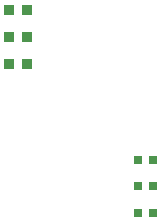
<source format=gbr>
%TF.GenerationSoftware,Altium Limited,Altium Designer,20.2.5 (213)*%
G04 Layer_Color=8421504*
%FSLAX25Y25*%
%MOIN*%
%TF.SameCoordinates,03ADE540-DEBB-48E1-BD2F-024036EB756D*%
%TF.FilePolarity,Positive*%
%TF.FileFunction,Paste,Top*%
%TF.Part,Single*%
G01*
G75*
%TA.AperFunction,SMDPad,CuDef*%
%ADD10R,0.03150X0.02756*%
%ADD11R,0.03347X0.03543*%
D10*
X186059Y102000D02*
D03*
X180941D02*
D03*
X186059Y93250D02*
D03*
X180941D02*
D03*
X186059Y84500D02*
D03*
X180941D02*
D03*
D11*
X144051Y152000D02*
D03*
X137949D02*
D03*
X144051Y143000D02*
D03*
X137949D02*
D03*
X144051Y134000D02*
D03*
X137949D02*
D03*
%TF.MD5,e9ae19944217d16f48e32c2bd8db1691*%
M02*

</source>
